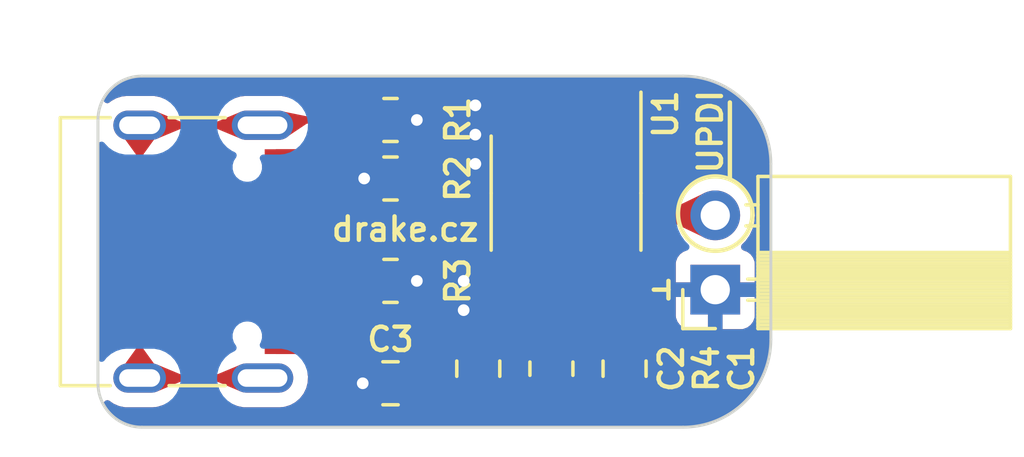
<source format=kicad_pcb>
(kicad_pcb (version 20230410) (generator pcbnew)
  (layers (0 "F.Cu" signal) (31 "B.Cu" signal) (34 "B.Paste" user) (35 "F.Paste" user) (36 "B.SilkS" user "B.Silkscreen") (37 "F.SilkS" user "F.Silkscreen") (38 "B.Mask" user) (39 "F.Mask" user) (44 "Edge.Cuts" user))
  (net 0 "")
  (net 1 "GND")
  (net 2 "Net-(U1-V3)")
  (net 3 "+5V")
  (net 4 "Net-(J1-CC1)")
  (net 5 "/USB_DP")
  (net 6 "/USB_DM")
  (net 8 "Net-(J1-CC2)")
  (net 10 "Net-(J1-SHIELD)")
  (net 11 "Net-(U1-TXD)")
  (net 12 "Net-(J2-Pin_2)")
  (footprint "Resistor_SMD:R_0805_2012Metric" (layer "F.Cu") (at 139 52.5)
    (fp_text reference "R3" (at 2.3 0 90) (layer "F.SilkS") (effects (font (size 0.8 0.8))))
    (fp_text value "4k7")
    (fp_line (start -0.227064 -0.735) (end 0.227064 -0.735) (stroke (width 0.12)) (layer "F.SilkS"))
    (fp_line (start -0.227064 0.735) (end 0.227064 0.735) (stroke (width 0.12)) (layer "F.SilkS"))
    (pad "1" smd roundrect (at -0.9125 0) (size 1.025 1.4) (layers "F.Cu" "F.Paste" "F.Mask") (roundrect_rratio 0.243902439) (net 8 "Net-(J1-CC2)"))
    (pad "2" smd roundrect (at 0.9125 0) (size 1.025 1.4) (layers "F.Cu" "F.Paste" "F.Mask") (roundrect_rratio 0.243902439) (net 1 "GND"))
  )
  (footprint "Package_SO:SOIC-8_3.9x4.9mm_P1.27mm" (layer "F.Cu") (at 145 49.5 -90)
    (fp_text reference "U1" (at -2.7 -3.4 90) (layer "F.SilkS") (effects (font (size 0.8 0.8))))
    (fp_text value "CH330N/CH340N")
    (fp_line (start 0 2.56) (end -1.95 2.56) (stroke (width 0.12)) (layer "F.SilkS"))
    (fp_line (start 0 2.56) (end 1.95 2.56) (stroke (width 0.12)) (layer "F.SilkS"))
    (fp_line (start 0 -2.56) (end -3.45 -2.56) (stroke (width 0.12)) (layer "F.SilkS"))
    (fp_line (start 0 -2.56) (end 1.95 -2.56) (stroke (width 0.12)) (layer "F.SilkS"))
    (pad "1" smd roundrect (at -2.475 -1.905 270) (size 1.95 0.6) (layers "F.Cu" "F.Paste" "F.Mask") (net 5 "/USB_DP"))
    (pad "2" smd roundrect (at -2.475 -0.635 270) (size 1.95 0.6) (layers "F.Cu" "F.Paste" "F.Mask") (net 6 "/USB_DM"))
    (pad "3" smd roundrect (at -2.475 0.635 270) (size 1.95 0.6) (layers "F.Cu" "F.Paste" "F.Mask") (net 1 "GND"))
    (pad "4" smd roundrect (at -2.475 1.905 270) (size 1.95 0.6) (layers "F.Cu" "F.Paste" "F.Mask"))
    (pad "5" smd roundrect (at 2.475 1.905 270) (size 1.95 0.6) (layers "F.Cu" "F.Paste" "F.Mask") (net 3 "+5V"))
    (pad "6" smd roundrect (at 2.475 0.635 270) (size 1.95 0.6) (layers "F.Cu" "F.Paste" "F.Mask") (net 11 "Net-(U1-TXD)"))
    (pad "7" smd roundrect (at 2.475 -0.635 270) (size 1.95 0.6) (layers "F.Cu" "F.Paste" "F.Mask") (net 12 "Net-(J2-Pin_2)"))
    (pad "8" smd roundrect (at 2.475 -1.905 270) (size 1.95 0.6) (layers "F.Cu" "F.Paste" "F.Mask") (net 2 "Net-(U1-V3)"))
  )
  (footprint "Resistor_SMD:R_0805_2012Metric" (layer "F.Cu") (at 139 47 180)
    (fp_text reference "R1" (at -2.3 0 -90) (layer "F.SilkS") (effects (font (size 0.8 0.8))))
    (fp_text value "1M")
    (fp_line (start -0.227064 0.735) (end 0.227064 0.735) (stroke (width 0.12)) (layer "F.SilkS"))
    (fp_line (start -0.227064 -0.735) (end 0.227064 -0.735) (stroke (width 0.12)) (layer "F.SilkS"))
    (pad "1" smd roundrect (at -0.9125 0 180) (size 1.025 1.4) (layers "F.Cu" "F.Paste" "F.Mask") (roundrect_rratio 0.243902439) (net 1 "GND"))
    (pad "2" smd roundrect (at 0.9125 0 180) (size 1.025 1.4) (layers "F.Cu" "F.Paste" "F.Mask") (roundrect_rratio 0.243902439) (net 10 "Net-(J1-SHIELD)"))
  )
  (footprint "Capacitor_SMD:C_0805_2012Metric" (layer "F.Cu") (at 142 55.5 -90)
    (fp_text reference "C2" (at 0 -6.6 90) (layer "F.SilkS") (effects (font (size 0.8 0.8))))
    (fp_text value "10u")
    (fp_line (start -0.261252 0.735) (end 0.261252 0.735) (stroke (width 0.12)) (layer "F.SilkS"))
    (fp_line (start -0.261252 -0.735) (end 0.261252 -0.735) (stroke (width 0.12)) (layer "F.SilkS"))
    (pad "1" smd roundrect (at -0.95 0 270) (size 1 1.45) (layers "F.Cu" "F.Paste" "F.Mask") (net 1 "GND"))
    (pad "2" smd roundrect (at 0.95 0 270) (size 1 1.45) (layers "F.Cu" "F.Paste" "F.Mask") (net 3 "+5V"))
  )
  (footprint "Resistor_SMD:R_0805_2012Metric" (layer "F.Cu") (at 139 49 180)
    (fp_text reference "R2" (at -2.3 0 -90) (layer "F.SilkS") (effects (font (size 0.8 0.8))))
    (fp_text value "4k7")
    (fp_line (start -0.227064 0.735) (end 0.227064 0.735) (stroke (width 0.12)) (layer "F.SilkS"))
    (fp_line (start -0.227064 -0.735) (end 0.227064 -0.735) (stroke (width 0.12)) (layer "F.SilkS"))
    (pad "1" smd roundrect (at -0.9125 0 180) (size 1.025 1.4) (layers "F.Cu" "F.Paste" "F.Mask") (roundrect_rratio 0.243902439) (net 4 "Net-(J1-CC1)"))
    (pad "2" smd roundrect (at 0.9125 0 180) (size 1.025 1.4) (layers "F.Cu" "F.Paste" "F.Mask") (roundrect_rratio 0.243902439) (net 1 "GND"))
  )
  (footprint "Connector_PinSocket_2.54mm:PinSocket_1x02_P2.54mm_Horizontal" (layer "F.Cu") (at 150.1 52.8 180)
    (fp_text reference "J2" hide)
    (fp_text value "DS1024-1*2R2")
    (fp_line (start 1.11 -1.33) (end 1.11 0) (stroke (width 0.12)) (layer "F.SilkS"))
    (fp_line (start 0 -1.33) (end 1.11 -1.33) (stroke (width 0.12)) (layer "F.SilkS"))
    (fp_line (start -1.46 2.9) (end -1.05 2.9) (stroke (width 0.12)) (layer "F.SilkS"))
    (fp_line (start -1.46 2.18) (end -1.05 2.18) (stroke (width 0.12)) (layer "F.SilkS"))
    (fp_line (start -1.46 0.36) (end -1.11 0.36) (stroke (width 0.12)) (layer "F.SilkS"))
    (fp_line (start -1.46 -0.36) (end -1.11 -0.36) (stroke (width 0.12)) (layer "F.SilkS"))
    (fp_line (start -1.46 -1.33) (end -1.46 3.87) (stroke (width 0.12)) (layer "F.SilkS"))
    (fp_line (start -10.09 3.87) (end -1.46 3.87) (stroke (width 0.12)) (layer "F.SilkS"))
    (fp_line (start -10.09 1.27) (end -1.46 1.27) (stroke (width 0.12)) (layer "F.SilkS"))
    (fp_line (start -10.09 1.1519) (end -1.46 1.1519) (stroke (width 0.12)) (layer "F.SilkS"))
    (fp_line (start -10.09 1.033805) (end -1.46 1.033805) (stroke (width 0.12)) (layer "F.SilkS"))
    (fp_line (start -10.09 0.91571) (end -1.46 0.91571) (stroke (width 0.12)) (layer "F.SilkS"))
    (fp_line (start -10.09 0.797615) (end -1.46 0.797615) (stroke (width 0.12)) (layer "F.SilkS"))
    (fp_line (start -10.09 0.67952) (end -1.46 0.67952) (stroke (width 0.12)) (layer "F.SilkS"))
    (fp_line (start -10.09 0.561425) (end -1.46 0.561425) (stroke (width 0.12)) (layer "F.SilkS"))
    (fp_line (start -10.09 0.44333) (end -1.46 0.44333) (stroke (width 0.12)) (layer "F.SilkS"))
    (fp_line (start -10.09 0.325235) (end -1.46 0.325235) (stroke (width 0.12)) (layer "F.SilkS"))
    (fp_line (start -10.09 0.20714) (end -1.46 0.20714) (stroke (width 0.12)) (layer "F.SilkS"))
    (fp_line (start -10.09 0.089045) (end -1.46 0.089045) (stroke (width 0.12)) (layer "F.SilkS"))
    (fp_line (start -10.09 -0.02905) (end -1.46 -0.02905) (stroke (width 0.12)) (layer "F.SilkS"))
    (fp_line (start -10.09 -0.147145) (end -1.46 -0.147145) (stroke (width 0.12)) (layer "F.SilkS"))
    (fp_line (start -10.09 -0.26524) (end -1.46 -0.26524) (stroke (width 0.12)) (layer "F.SilkS"))
    (fp_line (start -10.09 -0.383335) (end -1.46 -0.383335) (stroke (width 0.12)) (layer "F.SilkS"))
    (fp_line (start -10.09 -0.50143) (end -1.46 -0.50143) (stroke (width 0.12)) (layer "F.SilkS"))
    (fp_line (start -10.09 -0.619525) (end -1.46 -0.619525) (stroke (width 0.12)) (layer "F.SilkS"))
    (fp_line (start -10.09 -0.73762) (end -1.46 -0.73762) (stroke (width 0.12)) (layer "F.SilkS"))
    (fp_line (start -10.09 -0.855715) (end -1.46 -0.855715) (stroke (width 0.12)) (layer "F.SilkS"))
    (fp_line (start -10.09 -0.97381) (end -1.46 -0.97381) (stroke (width 0.12)) (layer "F.SilkS"))
    (fp_line (start -10.09 -1.091905) (end -1.46 -1.091905) (stroke (width 0.12)) (layer "F.SilkS"))
    (fp_line (start -10.09 -1.21) (end -1.46 -1.21) (stroke (width 0.12)) (layer "F.SilkS"))
    (fp_line (start -10.09 -1.33) (end -1.46 -1.33) (stroke (width 0.12)) (layer "F.SilkS"))
    (fp_line (start -10.09 -1.33) (end -10.09 3.87) (stroke (width 0.12)) (layer "F.SilkS"))
    (pad "1" thru_hole rect (at 0 0 180) (size 1.7 1.7) (drill 1) (layers "*.Cu" "*.Mask") (net 1 "GND"))
    (pad "2" thru_hole oval (at 0 2.54 180) (size 1.7 1.7) (drill 1) (layers "*.Cu" "*.Mask") (net 12 "Net-(J2-Pin_2)"))
  )
  (footprint "Capacitor_SMD:C_0805_2012Metric" (layer "F.Cu") (at 147 55.5 90)
    (fp_text reference "C1" (at 0 4 270) (layer "F.SilkS") (effects (font (size 0.8 0.8))))
    (fp_text value "100n")
    (fp_line (start -0.261252 -0.735) (end 0.261252 -0.735) (stroke (width 0.12)) (layer "F.SilkS"))
    (fp_line (start -0.261252 0.735) (end 0.261252 0.735) (stroke (width 0.12)) (layer "F.SilkS"))
    (pad "1" smd roundrect (at -0.95 0 90) (size 1 1.45) (layers "F.Cu" "F.Paste" "F.Mask") (net 1 "GND"))
    (pad "2" smd roundrect (at 0.95 0 90) (size 1 1.45) (layers "F.Cu" "F.Paste" "F.Mask") (net 2 "Net-(U1-V3)"))
  )
  (footprint "Capacitor_SMD:C_0805_2012Metric" (layer "F.Cu") (at 139 56)
    (fp_text reference "C3" (at 0 -1.5 180) (layer "F.SilkS") (effects (font (size 0.8 0.8))))
    (fp_text value "100n")
    (fp_line (start -0.261252 -0.735) (end 0.261252 -0.735) (stroke (width 0.12)) (layer "F.SilkS"))
    (fp_line (start -0.261252 0.735) (end 0.261252 0.735) (stroke (width 0.12)) (layer "F.SilkS"))
    (pad "1" smd roundrect (at -0.95 0) (size 1 1.45) (layers "F.Cu" "F.Paste" "F.Mask") (net 1 "GND"))
    (pad "2" smd roundrect (at 0.95 0) (size 1 1.45) (layers "F.Cu" "F.Paste" "F.Mask") (net 3 "+5V"))
  )
  (footprint "Drake:USB_C_Receptacle-Handsolder" (layer "F.Cu") (at 131.5 51.5 -90)
    (fp_text reference "J1" hide)
    (fp_text value "USB_C_Receptacle")
    (fp_line (start -4.58 3.785) (end -4.58 2.08) (stroke (width 0.12)) (layer "F.SilkS"))
    (fp_line (start 4.58 3.785) (end -4.58 3.785) (stroke (width 0.12)) (layer "F.SilkS"))
    (fp_line (start 4.58 2.08) (end 4.58 3.785) (stroke (width 0.12)) (layer "F.SilkS"))
    (fp_line (start 4.58 0.07) (end 4.58 -1.85) (stroke (width 0.12)) (layer "F.SilkS"))
    (fp_line (start -4.58 -1.85) (end -4.58 0.07) (stroke (width 0.12)) (layer "F.SilkS"))
    (pad "" np_thru_hole circle (at -2.89 -2.605 270) (size 0.65 0.65) (drill 0.65) (layers "*.Cu" "*.Mask"))
    (pad "" np_thru_hole circle (at 2.89 -2.605 270) (size 0.65 0.65) (drill 0.65) (layers "*.Cu" "*.Mask"))
    (pad "A1" smd rect (at -3.2 -4.2 270) (size 0.6 1.24) (layers "F.Cu" "F.Paste" "F.Mask") (net 1 "GND"))
    (pad "A4" smd rect (at -2.4 -4.2 270) (size 0.6 1.24) (layers "F.Cu" "F.Paste" "F.Mask") (net 3 "+5V"))
    (pad "A5" smd rect (at -1.25 -4.2 270) (size 0.3 2) (layers "F.Cu" "F.Paste" "F.Mask") (net 4 "Net-(J1-CC1)"))
    (pad "A6" smd rect (at -0.25 -4.2 270) (size 0.3 2) (layers "F.Cu" "F.Paste" "F.Mask") (net 5 "/USB_DP"))
    (pad "A7" smd rect (at 0.25 -4.2 270) (size 0.3 2) (layers "F.Cu" "F.Paste" "F.Mask") (net 6 "/USB_DM"))
    (pad "A8" smd rect (at 1.25 -4.2 270) (size 0.3 2) (layers "F.Cu" "F.Paste" "F.Mask"))
    (pad "A9" smd rect (at 2.4 -4.2 270) (size 0.6 1.24) (layers "F.Cu" "F.Paste" "F.Mask") (net 3 "+5V"))
    (pad "A12" smd rect (at 3.2 -4.2 270) (size 0.6 1.24) (layers "F.Cu" "F.Paste" "F.Mask") (net 1 "GND"))
    (pad "B1" smd rect (at 3.2 -4.2 270) (size 0.6 2) (layers "F.Cu" "F.Paste" "F.Mask") (net 1 "GND"))
    (pad "B4" smd rect (at 2.4 -4.2 270) (size 0.6 2) (layers "F.Cu" "F.Paste" "F.Mask") (net 3 "+5V"))
    (pad "B5" smd rect (at 1.75 -4.2 270) (size 0.3 2) (layers "F.Cu" "F.Paste" "F.Mask") (net 8 "Net-(J1-CC2)"))
    (pad "B6" smd rect (at 0.75 -4.2 270) (size 0.3 2) (layers "F.Cu" "F.Paste" "F.Mask") (net 5 "/USB_DP"))
    (pad "B7" smd rect (at -0.75 -4.2 270) (size 0.3 2) (layers "F.Cu" "F.Paste" "F.Mask") (net 6 "/USB_DM"))
    (pad "B8" smd rect (at -1.75 -4.2 270) (size 0.3 2) (layers "F.Cu" "F.Paste" "F.Mask"))
    (pad "B9" smd rect (at -2.4 -4.2 270) (size 0.6 2) (layers "F.Cu" "F.Paste" "F.Mask") (net 3 "+5V"))
    (pad "B12" smd rect (at -3.2 -4.2 270) (size 0.6 2) (layers "F.Cu" "F.Paste" "F.Mask") (net 1 "GND"))
    (pad "S1" thru_hole oval (at -4.32 -3.125 270) (size 1 2.1) (drill oval 0.6 1.7) (layers "*.Cu" "*.Mask") (net 10 "Net-(J1-SHIELD)"))
    (pad "S1" thru_hole oval (at -4.32 1.075 270) (size 1 1.8) (drill oval 0.6 1.4) (layers "*.Cu" "*.Mask") (net 10 "Net-(J1-SHIELD)"))
    (pad "S1" thru_hole oval (at 4.32 -3.125 270) (size 1 2.1) (drill oval 0.6 1.7) (layers "*.Cu" "*.Mask") (net 10 "Net-(J1-SHIELD)"))
    (pad "S1" thru_hole oval (at 4.32 1.075 270) (size 1 1.8) (drill oval 0.6 1.4) (layers "*.Cu" "*.Mask") (net 10 "Net-(J1-SHIELD)"))
  )
  (footprint "Resistor_SMD:R_0805_2012Metric" (layer "F.Cu") (at 144.5 55.5 -90)
    (fp_text reference "R4" (at 0 -5.3 90) (layer "F.SilkS") (effects (font (size 0.8 0.8))))
    (fp_text value "1k5")
    (fp_line (start -0.227064 0.735) (end 0.227064 0.735) (stroke (width 0.12)) (layer "F.SilkS"))
    (fp_line (start -0.227064 -0.735) (end 0.227064 -0.735) (stroke (width 0.12)) (layer "F.SilkS"))
    (pad "1" smd roundrect (at -0.9125 0 270) (size 1.025 1.4) (layers "F.Cu" "F.Paste" "F.Mask") (roundrect_rratio 0.243902439) (net 11 "Net-(U1-TXD)"))
    (pad "2" smd roundrect (at 0.9125 0 270) (size 1.025 1.4) (layers "F.Cu" "F.Paste" "F.Mask") (roundrect_rratio 0.243902439) (net 12 "Net-(J2-Pin_2)"))
  )
  (gr_line (start 148 52.8) (end 148.5 52.8) (stroke (width 0.15)) (layer "F.SilkS"))
  (gr_line (start 148.5 53.1) (end 148.5 52.8) (stroke (width 0.15)) (layer "F.SilkS"))
  (gr_circle (center 150.1 50.2) (end 151 51.1) (stroke (width 0.15)) (fill none) (layer "F.SilkS"))
  (gr_line (start 148.5 52.8) (end 148.5 52.5) (stroke (width 0.15)) (layer "F.SilkS"))
  (gr_line (start 150.6 49) (end 150.6 46.4) (stroke (width 0.15)) (layer "F.SilkS"))
  (gr_line (start 129 56) (end 129 47) (stroke (width 0.1)) (layer "Edge.Cuts"))
  (gr_arc (start 152 54.5) (mid 151.12132 56.62132) (end 149 57.5) (stroke (width 0.1)) (layer "Edge.Cuts"))
  (gr_line (start 130.5 45.5) (end 149 45.5) (stroke (width 0.1)) (layer "Edge.Cuts"))
  (gr_arc (start 130.5 57.5) (mid 129.43934 57.06066) (end 129 56) (stroke (width 0.1)) (layer "Edge.Cuts"))
  (gr_arc (start 129 47) (mid 129.43934 45.93934) (end 130.5 45.5) (stroke (width 0.1)) (layer "Edge.Cuts"))
  (gr_arc (start 149 45.5) (mid 151.12132 46.37868) (end 152 48.5) (stroke (width 0.1)) (layer "Edge.Cuts"))
  (gr_line (start 149 57.5) (end 130.5 57.5) (stroke (width 0.1)) (layer "Edge.Cuts"))
  (gr_line (start 152 48.5) (end 152 54.5) (stroke (width 0.1)) (layer "Edge.Cuts"))
  (gr_text "UPDI" (at 150.4 47.4 90) (layer "F.SilkS") (effects (font (size 0.8 0.8)) (justify bottom)))
  (gr_text "drake.cz" (at 139.5 51.2) (layer "F.SilkS") (effects (font (size 0.8 0.8)) (justify bottom)))
  (segment (start 142.4 49) (end 144 49) (width 0.25) (layer "F.Cu") (net 1))
  (segment (start 141.9 48.5) (end 142.4 49) (width 0.25) (layer "F.Cu") (net 1))
  (segment (start 144.365 48.635) (end 144.365 47.025) (width 0.25) (layer "F.Cu") (net 1))
  (segment (start 144 49) (end 144.365 48.635) (width 0.25) (layer "F.Cu") (net 1))
  (segment (start 137.1 56) (end 138.05 56) (width 0.25) (layer "F.Cu") (net 1))
  (segment (start 135.6 54.7) (end 135.8 54.7) (width 0.25) (layer "F.Cu") (net 1))
  (segment (start 135.8 54.7) (end 137.1 56) (width 0.25) (layer "F.Cu") (net 1))
  (segment (start 135.6 48.3) (end 137.3875 48.3) (width 0.25) (layer "F.Cu") (net 1))
  (segment (start 137.3875 48.3) (end 138.0875 49) (width 0.25) (layer "F.Cu") (net 1))
  (via (at 139.9 52.5) (size 0.8) (drill 0.4) (layers "F.Cu" "B.Cu") (net 1))
  (via (at 138.05 56) (size 0.8) (drill 0.4) (layers "F.Cu" "B.Cu") (net 1))
  (via (at 141.5 52.5) (size 0.8) (drill 0.4) (layers "F.Cu" "B.Cu") (net 1))
  (via (at 141.9 48.5) (size 0.8) (drill 0.4) (layers "F.Cu" "B.Cu") (net 1))
  (via (at 138.1 49) (size 0.8) (drill 0.4) (layers "F.Cu" "B.Cu") (net 1))
  (via (at 139.9 47) (size 0.8) (drill 0.4) (layers "F.Cu" "B.Cu") (net 1))
  (via (at 141.9 47.5) (size 0.8) (drill 0.4) (layers "F.Cu" "B.Cu") (net 1))
  (via (at 141.5 53.5) (size 0.8) (drill 0.4) (layers "F.Cu" "B.Cu") (net 1))
  (via (at 141.9 46.5) (size 0.8) (drill 0.4) (layers "F.Cu" "B.Cu") (net 1))
  (segment (start 146.905 51.975) (end 146.905 54.455) (width 0.25) (layer "F.Cu") (net 2))
  (segment (start 146.905 54.455) (end 147 54.55) (width 0.25) (layer "F.Cu") (net 2))
  (segment (start 140.4 56.45) (end 139.95 56) (width 0.25) (layer "F.Cu") (net 3))
  (segment (start 142 56.45) (end 140.4 56.45) (width 0.25) (layer "F.Cu") (net 3))
  (segment (start 143.095 51.975) (end 143.095 55.655) (width 0.25) (layer "F.Cu") (net 3))
  (segment (start 134.5 49.2) (end 135.5 49.2) (width 0.25) (layer "F.Cu") (net 3))
  (segment (start 135.6 53.9) (end 134.6 53.9) (width 0.25) (layer "F.Cu") (net 3))
  (segment (start 143.095 55.655) (end 142.3 56.45) (width 0.25) (layer "F.Cu") (net 3))
  (segment (start 135.6 53.9) (end 138.9 53.9) (width 0.25) (layer "F.Cu") (net 3))
  (segment (start 142.3 56.45) (end 142 56.45) (width 0.25) (layer "F.Cu") (net 3))
  (segment (start 133.4 50.3) (end 134.5 49.2) (width 0.25) (layer "F.Cu") (net 3))
  (segment (start 138.9 53.9) (end 139.95 54.95) (width 0.25) (layer "F.Cu") (net 3))
  (segment (start 133.4 52.7) (end 133.4 50.3) (width 0.25) (layer "F.Cu") (net 3))
  (segment (start 134.6 53.9) (end 133.4 52.7) (width 0.25) (layer "F.Cu") (net 3))
  (segment (start 135.5 49.2) (end 135.6 49.1) (width 0.25) (layer "F.Cu") (net 3))
  (segment (start 139.95 54.95) (end 139.95 56) (width 0.25) (layer "F.Cu") (net 3))
  (segment (start 139.45 50.25) (end 139.9125 49.7875) (width 0.25) (layer "F.Cu") (net 4))
  (segment (start 135.6 50.25) (end 139.45 50.25) (width 0.25) (layer "F.Cu") (net 4))
  (segment (start 139.9125 49.7875) (end 139.9125 49) (width 0.25) (layer "F.Cu") (net 4))
  (segment (start 137.2 52) (end 137.2 51.25) (width 0.25) (layer "F.Cu") (net 5))
  (segment (start 141.5 50) (end 145.5 50) (width 0.25) (layer "F.Cu") (net 5))
  (segment (start 136.95 52.25) (end 137.2 52) (width 0.25) (layer "F.Cu") (net 5))
  (segment (start 135.6 51.25) (end 136.5 51.25) (width 0.25) (layer "F.Cu") (net 5))
  (segment (start 136.5 51.25) (end 140.25 51.25) (width 0.25) (layer "F.Cu") (net 5))
  (segment (start 135.6 52.25) (end 136.95 52.25) (width 0.25) (layer "F.Cu") (net 5))
  (segment (start 145.5 50) (end 146.905 48.595) (width 0.25) (layer "F.Cu") (net 5))
  (segment (start 146.905 48.595) (end 146.905 47.025) (width 0.25) (layer "F.Cu") (net 5))
  (segment (start 140.25 51.25) (end 141.5 50) (width 0.25) (layer "F.Cu") (net 5))
  (segment (start 134.1 51) (end 134.35 50.75) (width 0.25) (layer "F.Cu") (net 6))
  (segment (start 134.35 51.75) (end 134.1 51.5) (width 0.25) (layer "F.Cu") (net 6))
  (segment (start 134.1 51.5) (end 134.1 51) (width 0.25) (layer "F.Cu") (net 6))
  (segment (start 145 49.5) (end 145.635 48.865) (width 0.25) (layer "F.Cu") (net 6))
  (segment (start 141.35 49.5) (end 145 49.5) (width 0.25) (layer "F.Cu") (net 6))
  (segment (start 134.35 50.75) (end 140.1 50.75) (width 0.25) (layer "F.Cu") (net 6))
  (segment (start 135.225 51.75) (end 134.35 51.75) (width 0.25) (layer "F.Cu") (net 6))
  (segment (start 140.1 50.75) (end 141.35 49.5) (width 0.25) (layer "F.Cu") (net 6))
  (segment (start 145.635 48.865) (end 145.635 47.025) (width 0.25) (layer "F.Cu") (net 6))
  (segment (start 137.3375 53.25) (end 138.0875 52.5) (width 0.25) (layer "F.Cu") (net 8))
  (segment (start 135.6 53.25) (end 137.3375 53.25) (width 0.25) (layer "F.Cu") (net 8))
  (segment (start 138.0875 47) (end 134.805 47) (width 0.25) (layer "F.Cu") (net 10))
  (segment (start 130.425 47.18) (end 134.625 47.18) (width 0.25) (layer "F.Cu") (net 10))
  (segment (start 130.425 47.18) (end 130.425 55.82) (width 0.25) (layer "F.Cu") (net 10))
  (segment (start 130.425 55.82) (end 134.625 55.82) (width 0.25) (layer "F.Cu") (net 10))
  (segment (start 134.805 47) (end 134.625 47.18) (width 0.25) (layer "F.Cu") (net 10))
  (segment (start 144.365 51.975) (end 144.365 54.4525) (width 0.25) (layer "F.Cu") (net 11))
  (segment (start 144.365 54.4525) (end 144.5 54.5875) (width 0.25) (layer "F.Cu") (net 11))
  (segment (start 145.635 51.975) (end 145.635 55.2775) (width 0.25) (layer "F.Cu") (net 12))
  (segment (start 145.635 51.975) (end 145.635 51.365) (width 0.25) (layer "F.Cu") (net 12))
  (segment (start 145.635 55.2775) (end 144.5 56.4125) (width 0.25) (layer "F.Cu") (net 12))
  (segment (start 145.635 51.365) (end 146.74 50.26) (width 0.25) (layer "F.Cu") (net 12))
  (segment (start 146.74 50.26) (end 150.1 50.26) (width 0.25) (layer "F.Cu") (net 12))
  (zone (net 1) (net_name "GND") (layers "F&B.Cu") (connect_pads (clearance 0.5)) (min_thickness 0.25) (fill yes (thermal_gap 0.5) (thermal_bridge_width 0.5))
    (polygon (pts (xy 129 45.5) (xy 152 45.5) (xy 152 57.5) (xy 129 57.5)))
  )
)
</source>
